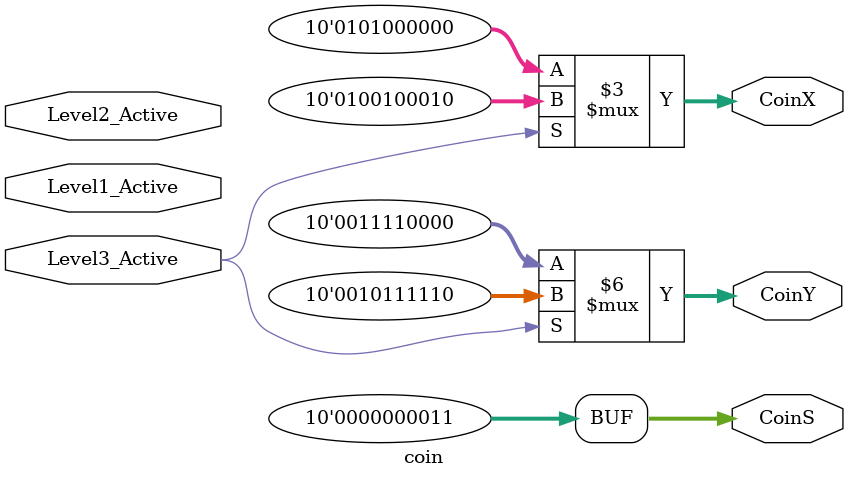
<source format=sv>


module  coin ( output logic [9:0]  CoinX, CoinY, CoinS,
               input logic Level1_Active, Level2_Active, Level3_Active
               );

    parameter [9:0] Coin_X_Center=320;  // Center position on the X axis
    parameter [9:0] Coin_Y_Center=240;  // Center position on the Y axis

    assign CoinS = 3;

    always_comb begin
        CoinY = Coin_Y_Center;
        CoinX = Coin_X_Center;
        if (Level2_Active) begin
            CoinY = Coin_Y_Center;
            CoinX = Coin_X_Center;
        end 
        if(Level3_Active) begin
            CoinY = Coin_Y_Center - 50;
            CoinX = Coin_X_Center - 30;
        end
    end

endmodule

</source>
